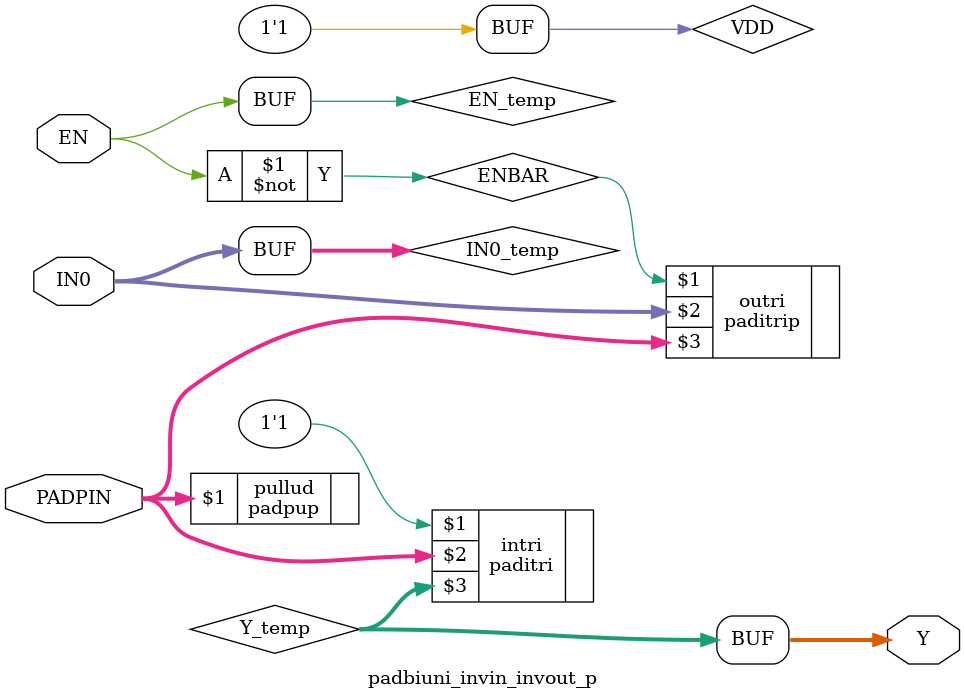
<source format=v>
module padbiuni_invin_invout_p(EN,IN0,PADPIN,Y);
  parameter M = 7;
  parameter N = 0;
  parameter SLIM_FLAG = 0;
  parameter OUTDRIVE = "4MA";
  parameter LEVEL_SHIFTING = 0;
  parameter SCHMITT_TRIGGER = 0;
  parameter PULL_TYPE = "None";
  parameter
        d_EN_r = 0,
        d_EN_f = 0,
        d_IN0 = 0,
        d_PADPIN = 1,
        d_Y = 1;
  input  EN;
  input [M:N] IN0;
  inout [M:N] PADPIN;
  output [M:N] Y;
  wire  EN_temp;
  wire [M:N] IN0_temp;
  wire [M:N] PADPIN_temp;
  wire [M:N] Y_temp;
  supply1  VDD;
  wire  ENBAR;
  assign #(d_EN_r,d_EN_f) EN_temp = EN;
  assign #(d_IN0) IN0_temp = IN0;
  assign #(d_Y) Y = Y_temp;
  assign
    ENBAR = ( ~ EN_temp);
  padpup #(M,N,PULL_TYPE) pullud (PADPIN);
  paditrip #(M,N,PULL_TYPE) outri (ENBAR,IN0_temp,PADPIN);
  paditri #(M,N) intri (VDD,PADPIN,Y_temp);
endmodule

</source>
